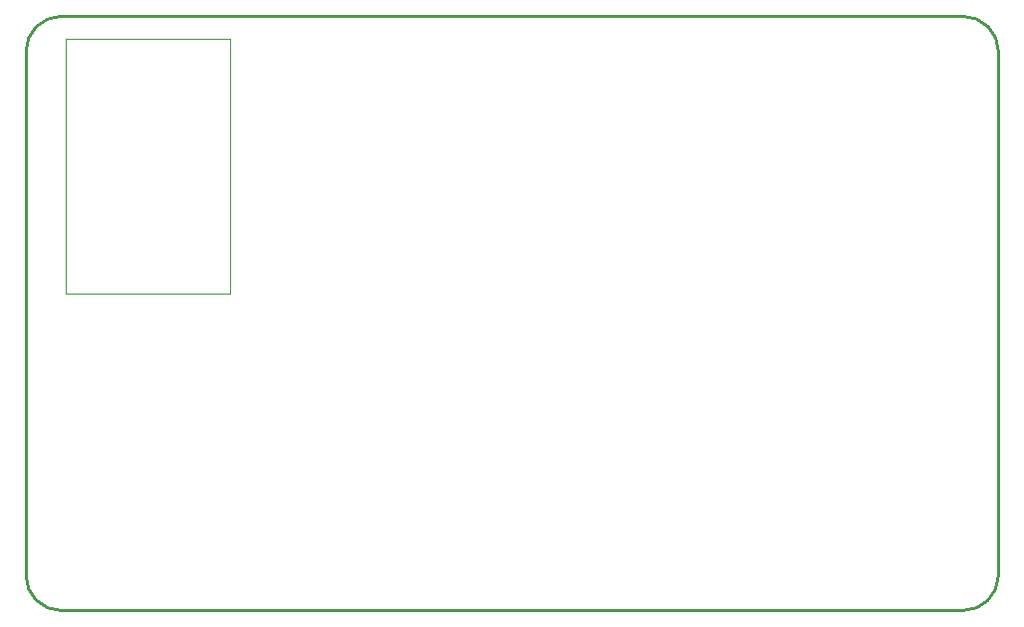
<source format=gko>
G04 Layer: BoardOutlineLayer*
G04 EasyEDA v6.5.47, 2024-11-03 14:34:40*
G04 684bee94884246f2b67ba1c568fef4cc,02b1cd47abf14eeea88f237cf3128960,10*
G04 Gerber Generator version 0.2*
G04 Scale: 100 percent, Rotated: No, Reflected: No *
G04 Dimensions in millimeters *
G04 leading zeros omitted , absolute positions ,4 integer and 5 decimal *
%FSLAX45Y45*%
%MOMM*%

%ADD10C,0.2540*%
%ADD11C,0.0254*%
D10*
X1093701Y13894384D02*
G01*
X1093701Y18349777D01*
X9059887Y13594384D02*
G01*
X1393700Y13594384D01*
X1393700Y18649777D02*
G01*
X9059887Y18649777D01*
X9359887Y18349777D02*
G01*
X9359887Y13894384D01*
G75*
G01*
X1093699Y18349778D02*
G02*
X1393698Y18649777I299999J0D01*
G75*
G01*
X1393698Y13594387D02*
G02*
X1093699Y13894387I0J300000D01*
G75*
G01*
X9359882Y13894387D02*
G02*
X9059883Y13594387I-299999J0D01*
G75*
G01*
X9059883Y18649777D02*
G02*
X9359882Y18349778I0J-299999D01*
D11*
X1433593Y18461837D02*
G01*
X1433593Y16291836D01*
X1433593Y16291836D02*
G01*
X2833590Y16291836D01*
X2833590Y16291836D02*
G01*
X2833590Y18461837D01*
X2833590Y18461837D02*
G01*
X1433593Y18461837D01*

%LPD*%
M02*

</source>
